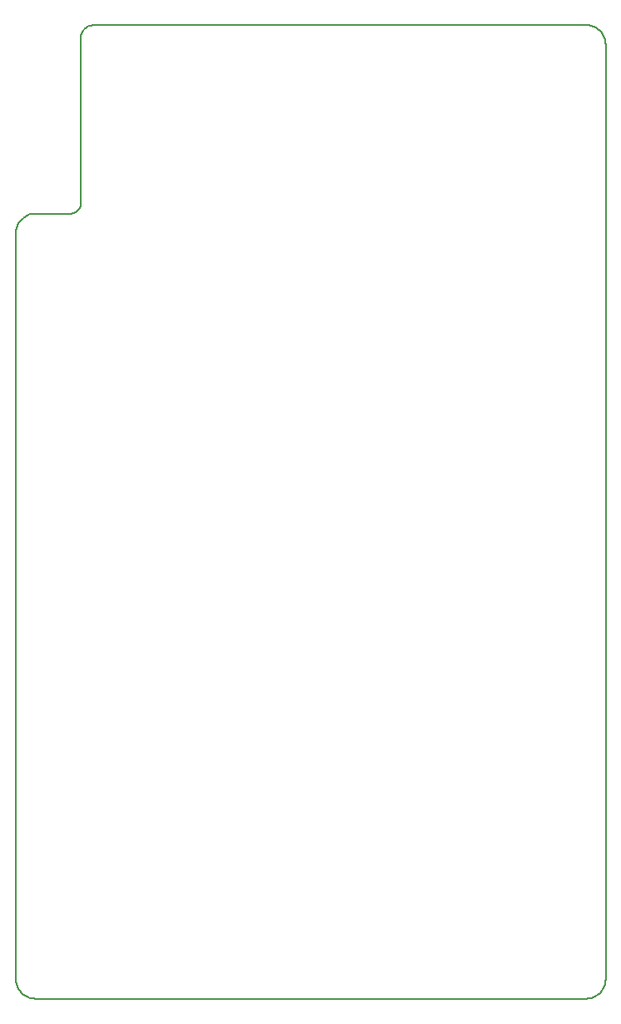
<source format=gbp>
G04 Layer_Color=128*
%FSLAX25Y25*%
%MOIN*%
G70*
G01*
G75*
%ADD46C,0.00787*%
D46*
X287008Y608268D02*
X286009Y608169D01*
X285049Y607878D01*
X284164Y607405D01*
X283389Y606769D01*
X282752Y605993D01*
X282279Y605108D01*
X281988Y604148D01*
X281890Y603150D01*
X277953Y532784D02*
X278972Y532918D01*
X279921Y533312D01*
X280737Y533937D01*
X281362Y534753D01*
X281756Y535702D01*
X281890Y536721D01*
X263780Y532784D02*
X262752Y532717D01*
X261742Y532516D01*
X260766Y532185D01*
X259843Y531729D01*
X258986Y531157D01*
X258212Y530478D01*
X257533Y529703D01*
X256961Y528847D01*
X256505Y527923D01*
X256174Y526948D01*
X255973Y525938D01*
X255906Y524910D01*
X255905Y226378D02*
X255973Y225350D01*
X256174Y224340D01*
X256505Y223365D01*
X256960Y222441D01*
X257533Y221585D01*
X258212Y220810D01*
X258986Y220131D01*
X259842Y219559D01*
X260766Y219103D01*
X261742Y218772D01*
X262752Y218571D01*
X263779Y218504D01*
X484252D02*
X485280Y218571D01*
X486290Y218772D01*
X487265Y219103D01*
X488189Y219559D01*
X489045Y220131D01*
X489820Y220810D01*
X490499Y221585D01*
X491071Y222441D01*
X491527Y223365D01*
X491858Y224340D01*
X492059Y225350D01*
X492126Y226378D01*
X492126Y600394D02*
X492059Y601421D01*
X491858Y602432D01*
X491527Y603407D01*
X491071Y604331D01*
X490499Y605187D01*
X489820Y605962D01*
X489045Y606641D01*
X488189Y607213D01*
X487265Y607668D01*
X486290Y608000D01*
X485280Y608200D01*
X484252Y608268D01*
X255905Y226378D02*
X255905Y524910D01*
X287008Y608268D02*
X484252Y608268D01*
X281890Y536684D02*
Y603150D01*
X263780Y532784D02*
X277953D01*
X492126Y226378D02*
X492126Y600394D01*
X263779Y218504D02*
X484252D01*
M02*

</source>
